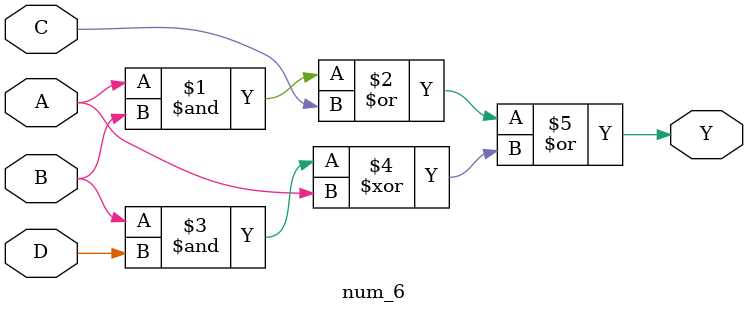
<source format=v>

`timescale 1ns/1ns

module num_6(input A, input B, input C, input D, output Y);

assign Y = (A&B) |C|(B&D) ^ A;

endmodule
</source>
